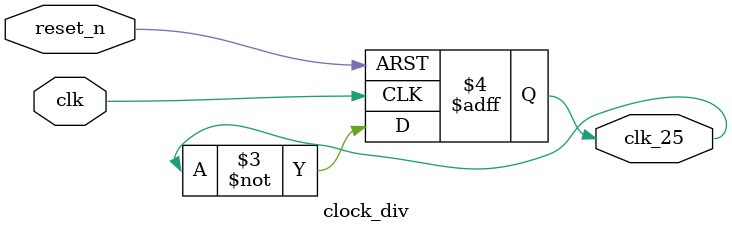
<source format=v>
module clock_div (
	input clk,
	input reset_n,
	output reg clk_25

);

always @(posedge clk or negedge reset_n)
	begin
		if (!reset_n) begin
			clk_25 <= 0;
		end else begin
		clk_25 = ~clk_25;
	
		end
	end
endmodule
</source>
